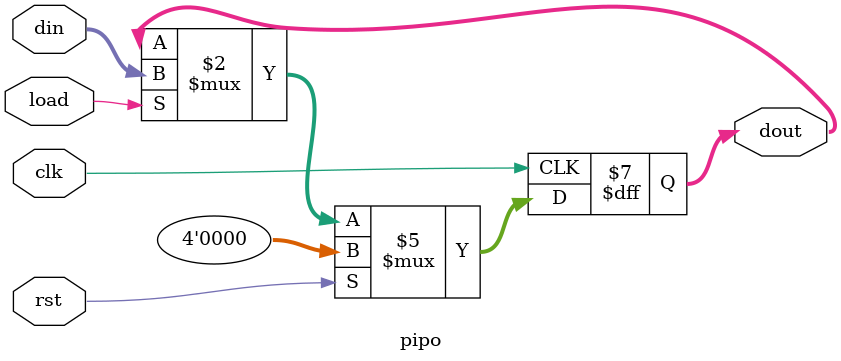
<source format=v>

module pipo (
    input wire clk,            
    input wire rst,            
    input wire load,           
    input wire [3:0] din,      
    output reg [3:0] dout    
);


always @(posedge clk) begin
    if (rst)
        dout <= 4'b0000;       
    else if (load)
        dout <= din;        
end

endmodule

</source>
